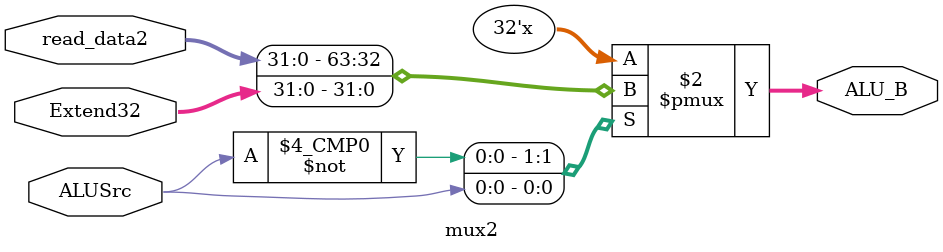
<source format=v>
module mux2 (
    input ALUSrc,
    input [31:0] read_data2,
    input [31:0] Extend32,
    output reg [31:0] ALU_B
);

    always @(*) begin
        case (ALUSrc)
            0: ALU_B = read_data2;
            1: ALU_B = Extend32;
            default: ALU_B = 32'd0;
        endcase
    end
endmodule
</source>
